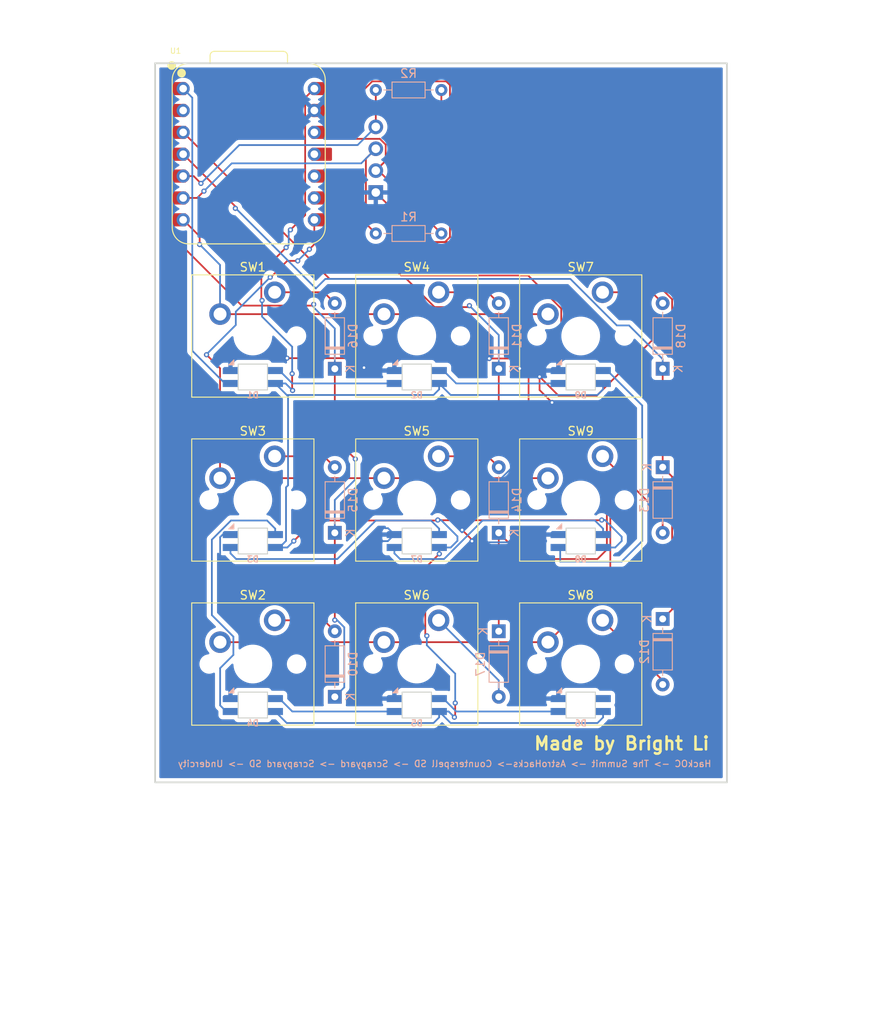
<source format=kicad_pcb>
(kicad_pcb (version 20240108) (generator "pcbnew") (generator_version "8.0")
  (layers (0 "F.Cu" signal) (31 "B.Cu" signal) (34 "B.Paste" user) (35 "F.Paste" user) (36 "B.SilkS" user "B.Silkscreen") (37 "F.SilkS" user "F.Silkscreen") (38 "B.Mask" user) (39 "F.Mask" user) (44 "Edge.Cuts" user))
  (net 0 "")
  (net 1 "+5V")
  (net 2 "Net-(D1-DIN)")
  (net 3 "GND")
  (net 4 "Net-(D1-DOUT)")
  (net 5 "Net-(D2-DOUT)")
  (net 6 "Net-(D3-DIN)")
  (net 7 "Net-(D3-DOUT)")
  (net 8 "Net-(D4-DOUT)")
  (net 9 "Net-(D5-DOUT)")
  (net 11 "Net-(D7-DIN)")
  (net 12 "Net-(D8-DIN)")
  (net 13 "Net-(D10-K)")
  (net 14 "Net-(D10-A)")
  (net 15 "Net-(D11-K)")
  (net 16 "Net-(D11-A)")
  (net 17 "Net-(D12-K)")
  (net 18 "Net-(D12-A)")
  (net 19 "Net-(D13-A)")
  (net 20 "Net-(D14-A)")
  (net 21 "Net-(D15-A)")
  (net 22 "Net-(D16-A)")
  (net 23 "Net-(D17-A)")
  (net 24 "Net-(D18-A)")
  (net 25 "+3V3")
  (net 26 "Net-(J1-SDA)")
  (net 27 "Net-(J1-SCL)")
  (net 28 "Net-(U1-GPIO0{slash}TX)")
  (net 29 "Net-(U1-GPIO2{slash}SCK)")
  (net 30 "Net-(U1-GPIO1{slash}RX)")
  (footprint "ScottoKeebs_MX:MX_PCB_1.00u" (layer "F.Cu") (at 116.68125 104.775)
    (property "Reference" "SW6")
    (property "Value" "SW_Push")
  )
  (footprint "ScottoKeebs_MX:MX_PCB_1.00u" (layer "F.Cu") (at 116.68125 85.725)
    (property "Reference" "SW5")
    (property "Value" "SW_Push")
  )
  (footprint "ScottoKeebs_MX:MX_PCB_1.00u" (layer "F.Cu") (at 97.63125 66.675)
    (property "Reference" "SW1")
    (property "Value" "SW_Push")
  )
  (footprint "OPL:XIAO-RP2040-DIP" (layer "F.Cu") (at 97.155 45.56125)
    (property "Reference" "U1")
    (property "Value" "XIAO-RP2040-DIP")
  )
  (footprint "ScottoKeebs_MX:MX_PCB_1.00u" (layer "F.Cu") (at 97.63125 85.725)
    (property "Reference" "SW3")
    (property "Value" "SW_Push")
  )
  (footprint "ScottoKeebs_MX:MX_PCB_1.00u" (layer "F.Cu") (at 135.73125 66.675)
    (property "Reference" "SW7")
    (property "Value" "SW_Push")
  )
  (footprint "ScottoKeebs_MX:MX_PCB_1.00u" (layer "F.Cu") (at 116.68125 66.675)
    (property "Reference" "SW4")
    (property "Value" "SW_Push")
  )
  (footprint "ScottoKeebs_MX:MX_PCB_1.00u" (layer "F.Cu") (at 97.63125 104.775)
    (property "Reference" "SW2")
    (property "Value" "SW_Push")
  )
  (footprint "ScottoKeebs_MX:MX_PCB_1.00u" (layer "F.Cu") (at 135.73125 85.725)
    (property "Reference" "SW9")
    (property "Value" "SW_Push")
  )
  (footprint "ScottoKeebs_MX:MX_PCB_1.00u" (layer "F.Cu") (at 135.73125 104.775)
    (property "Reference" "SW8")
    (property "Value" "SW_Push")
  )
  (footprint "ScottoKeebs_Components:OLED_128x32" (layer "F.Cu") (at 110.31875 40.20625)
    (property "Reference" "J1" (hide yes))
    (property "Value" "OLED_128x32")
  )
  (footprint "Diode_THT:D_DO-35_SOD27_P7.62mm_Horizontal" (layer "B.Cu") (at 107.15625 89.535 90)
    (property "Reference" "D15")
    (property "Value" "D")
  )
  (footprint "Resistor_THT:R_Axial_DIN0204_L3.6mm_D1.6mm_P7.62mm_Horizontal" (layer "B.Cu") (at 119.53875 38.1 180)
    (property "Reference" "R2")
    (property "Value" "R")
  )
  (footprint "Diode_THT:D_DO-35_SOD27_P7.62mm_Horizontal" (layer "B.Cu") (at 145.25625 70.485 90)
    (property "Reference" "D18")
    (property "Value" "D")
  )
  (footprint "Diode_THT:D_DO-35_SOD27_P7.62mm_Horizontal" (layer "B.Cu") (at 126.20625 100.965 -90)
    (property "Reference" "D17")
    (property "Value" "D")
  )
  (footprint "neopixel:SK6812MINI-E" (layer "B.Cu") (at 97.63125 90.4875 180)
    (property "Reference" "D3")
    (property "Value" "SK6812MINI" (hide yes))
    (fp_line (start 1.7 1.5) (end -1.7 1.5) (stroke (width 0.12)) (layer "Edge.Cuts"))
    (fp_line (start 1.7 -1.5) (end 1.7 1.5) (stroke (width 0.12)) (layer "Edge.Cuts"))
    (fp_line (start -1.7 1.5) (end -1.7 -1.5) (stroke (width 0.12)) (layer "Edge.Cuts"))
    (fp_line (start -1.7 -1.5) (end 1.7 -1.5) (stroke (width 0.12)) (layer "Edge.Cuts"))
  )
  (footprint "neopixel:SK6812MINI-E" (layer "B.Cu") (at 97.63125 109.5375 180)
    (property "Reference" "D4")
    (property "Value" "SK6812MINI" (hide yes))
    (fp_line (start 1.7 1.5) (end -1.7 1.5) (stroke (width 0.12)) (layer "Edge.Cuts"))
    (fp_line (start 1.7 -1.5) (end 1.7 1.5) (stroke (width 0.12)) (layer "Edge.Cuts"))
    (fp_line (start -1.7 1.5) (end -1.7 -1.5) (stroke (width 0.12)) (layer "Edge.Cuts"))
    (fp_line (start -1.7 -1.5) (end 1.7 -1.5) (stroke (width 0.12)) (layer "Edge.Cuts"))
  )
  (footprint "Diode_THT:D_DO-35_SOD27_P7.62mm_Horizontal" (layer "B.Cu") (at 107.15625 70.485 90)
    (property "Reference" "D16")
    (property "Value" "D")
  )
  (footprint "neopixel:SK6812MINI-E" (layer "B.Cu") (at 97.63125 71.4375 180)
    (property "Reference" "D1")
    (property "Value" "SK6812MINI" (hide yes))
    (fp_line (start 1.7 1.5) (end -1.7 1.5) (stroke (width 0.12)) (layer "Edge.Cuts"))
    (fp_line (start 1.7 -1.5) (end 1.7 1.5) (stroke (width 0.12)) (layer "Edge.Cuts"))
    (fp_line (start -1.7 1.5) (end -1.7 -1.5) (stroke (width 0.12)) (layer "Edge.Cuts"))
    (fp_line (start -1.7 -1.5) (end 1.7 -1.5) (stroke (width 0.12)) (layer "Edge.Cuts"))
  )
  (footprint "neopixel:SK6812MINI-E" (layer "B.Cu") (at 116.68125 109.5375 180)
    (property "Reference" "D5")
    (property "Value" "SK6812MINI" (hide yes))
    (fp_line (start 1.7 1.5) (end -1.7 1.5) (stroke (width 0.12)) (layer "Edge.Cuts"))
    (fp_line (start 1.7 -1.5) (end 1.7 1.5) (stroke (width 0.12)) (layer "Edge.Cuts"))
    (fp_line (start -1.7 1.5) (end -1.7 -1.5) (stroke (width 0.12)) (layer "Edge.Cuts"))
    (fp_line (start -1.7 -1.5) (end 1.7 -1.5) (stroke (width 0.12)) (layer "Edge.Cuts"))
  )
  (footprint "Diode_THT:D_DO-35_SOD27_P7.62mm_Horizontal" (layer "B.Cu") (at 107.15625 108.585 90)
    (property "Reference" "D10")
    (property "Value" "D")
  )
  (footprint "Diode_THT:D_DO-35_SOD27_P7.62mm_Horizontal" (layer "B.Cu") (at 126.20625 89.535 90)
    (property "Reference" "D14")
    (property "Value" "D")
  )
  (footprint "neopixel:SK6812MINI-E" (layer "B.Cu") (at 135.73125 109.5375 180)
    (property "Reference" "D6")
    (property "Value" "SK6812MINI" (hide yes))
    (fp_line (start 1.7 1.5) (end -1.7 1.5) (stroke (width 0.12)) (layer "Edge.Cuts"))
    (fp_line (start 1.7 -1.5) (end 1.7 1.5) (stroke (width 0.12)) (layer "Edge.Cuts"))
    (fp_line (start -1.7 1.5) (end -1.7 -1.5) (stroke (width 0.12)) (layer "Edge.Cuts"))
    (fp_line (start -1.7 -1.5) (end 1.7 -1.5) (stroke (width 0.12)) (layer "Edge.Cuts"))
  )
  (footprint "neopixel:SK6812MINI-E" (layer "B.Cu") (at 116.68125 90.4875 180)
    (property "Reference" "D7")
    (property "Value" "SK6812MINI" (hide yes))
    (fp_line (start 1.7 1.5) (end -1.7 1.5) (stroke (width 0.12)) (layer "Edge.Cuts"))
    (fp_line (start 1.7 -1.5) (end 1.7 1.5) (stroke (width 0.12)) (layer "Edge.Cuts"))
    (fp_line (start -1.7 1.5) (end -1.7 -1.5) (stroke (width 0.12)) (layer "Edge.Cuts"))
    (fp_line (start -1.7 -1.5) (end 1.7 -1.5) (stroke (width 0.12)) (layer "Edge.Cuts"))
  )
  (footprint "neopixel:SK6812MINI-E" (layer "B.Cu") (at 135.73125 71.4375 180)
    (property "Reference" "D9")
    (property "Value" "SK6812MINI" (hide yes))
    (fp_line (start 1.7 1.5) (end -1.7 1.5) (stroke (width 0.12)) (layer "Edge.Cuts"))
    (fp_line (start 1.7 -1.5) (end 1.7 1.5) (stroke (width 0.12)) (layer "Edge.Cuts"))
    (fp_line (start -1.7 1.5) (end -1.7 -1.5) (stroke (width 0.12)) (layer "Edge.Cuts"))
    (fp_line (start -1.7 -1.5) (end 1.7 -1.5) (stroke (width 0.12)) (layer "Edge.Cuts"))
  )
  (footprint "Resistor_THT:R_Axial_DIN0204_L3.6mm_D1.6mm_P7.62mm_Horizontal" (layer "B.Cu") (at 119.53875 54.76875 180)
    (property "Reference" "R1")
    (property "Value" "R")
  )
  (footprint "Diode_THT:D_DO-35_SOD27_P7.62mm_Horizontal" (layer "B.Cu") (at 145.25625 81.915 -90)
    (property "Reference" "D13")
    (property "Value" "D")
  )
  (footprint "neopixel:SK6812MINI-E" (layer "B.Cu") (at 116.68125 71.4375 180)
    (property "Reference" "D2")
    (property "Value" "SK6812MINI" (hide yes))
    (fp_line (start 1.7 1.5) (end -1.7 1.5) (stroke (width 0.12)) (layer "Edge.Cuts"))
    (fp_line (start 1.7 -1.5) (end 1.7 1.5) (stroke (width 0.12)) (layer "Edge.Cuts"))
    (fp_line (start -1.7 1.5) (end -1.7 -1.5) (stroke (width 0.12)) (layer "Edge.Cuts"))
    (fp_line (start -1.7 -1.5) (end 1.7 -1.5) (stroke (width 0.12)) (layer "Edge.Cuts"))
  )
  (footprint "neopixel:SK6812MINI-E" (layer "B.Cu") (at 135.73125 90.4875 180)
    (property "Reference" "D8")
    (property "Value" "SK6812MINI" (hide yes))
    (fp_line (start 1.7 1.5) (end -1.7 1.5) (stroke (width 0.12)) (layer "Edge.Cuts"))
    (fp_line (start 1.7 -1.5) (end 1.7 1.5) (stroke (width 0.12)) (layer "Edge.Cuts"))
    (fp_line (start -1.7 1.5) (end -1.7 -1.5) (stroke (width 0.12)) (layer "Edge.Cuts"))
    (fp_line (start -1.7 -1.5) (end 1.7 -1.5) (stroke (width 0.12)) (layer "Edge.Cuts"))
  )
  (footprint "Diode_THT:D_DO-35_SOD27_P7.62mm_Horizontal" (layer "B.Cu") (at 126.20625 70.485 90)
    (property "Reference" "D11")
    (property "Value" "D")
  )
  (footprint "Diode_THT:D_DO-35_SOD27_P7.62mm_Horizontal" (layer "B.Cu") (at 145.25625 99.53625 -90)
    (property "Reference" "D12")
    (property "Value" "D")
  )
  (gr_rect (start 86.275 35) (end 152.725 118.52) (stroke (width 0.2)) (fill none) (layer "Edge.Cuts"))
  (gr_text "HackOC -> The Summit -> AstroHacks-> Counterspell SD -> Scrapyard -> Scrapyard SD -> Undercity" (at 150.98 116.8 0) (layer "B.SilkS") (effects (font (size 0.75 0.75) (thickness 0.125) (bold yes)) (justify left bottom mirror)))
  (gr_text "Made by Bright Li" (at 150.84 114.88 0) (layer "F.SilkS") (effects (font (size 1.5 1.5) (thickness 0.3) (bold yes)) (justify right bottom)))
  (segment (start 102.39375 90.4875) (end 104.775 88.10625) (width 0.2) (layer "F.Cu") (net 1))
  (segment (start 121.15 110.85) (end 121.05 110.95) (width 0.2) (layer "F.Cu") (net 1))
  (segment (start 104.775 88.10625) (end 119.0625 88.10625) (width 0.2) (layer "F.Cu") (net 1))
  (segment (start 117.67125 93.60625) (end 117.67125 101.32125) (width 0.2) (layer "F.Cu") (net 1))
  (segment (start 104.775 37.94125) (end 103.713 39.00325) (width 0.2) (layer "F.Cu") (net 1))
  (segment (start 119.0625 88.10625) (end 119.122708 88.046042) (width 0.2) (layer "F.Cu") (net 1))
  (segment (start 102.2 72.95) (end 102.25 73) (width 0.2) (layer "F.Cu") (net 1))
  (segment (start 102.2 71.05) (end 102.2 72.95) (width 0.2) (layer "F.Cu") (net 1))
  (segment (start 98.62125 62.464695) (end 98.701555 62.545) (width 0.2) (layer "F.Cu") (net 1))
  (segment (start 119.3 91.9775) (end 117.67125 93.60625) (width 0.2) (layer "F.Cu") (net 1))
  (segment (start 138.14375 88.075) (end 138.172708 88.046042) (width 0.2) (layer "F.Cu") (net 1))
  (segment (start 101.5 56.4) (end 98.62125 59.27875) (width 0.2) (layer "F.Cu") (net 1))
  (segment (start 103.713 39.00325) (end 103.713 52.637) (width 0.2) (layer "F.Cu") (net 1))
  (segment (start 98.62125 59.27875) (end 98.62125 62.464695) (width 0.2) (layer "F.Cu") (net 1))
  (segment (start 103.713 52.637) (end 102 54.35) (width 0.2) (layer "F.Cu") (net 1))
  (segment (start 121.15 109.3) (end 121.15 110.85) (width 0.2) (layer "F.Cu") (net 1))
  (segment (start 119.151666 88.075) (end 138.14375 88.075) (width 0.2) (layer "F.Cu") (net 1))
  (segment (start 119.122708 88.046042) (end 119.151666 88.075) (width 0.2) (layer "F.Cu") (net 1))
  (segment (start 117.67125 101.32125) (end 117.85 101.5) (width 0.2) (layer "F.Cu") (net 1))
  (via (at 102 54.35) (size 0.6) (drill 0.3) (layers "F.Cu" "B.Cu") (net 1))
  (via (at 98.701555 62.545) (size 0.6) (drill 0.3) (layers "F.Cu" "B.Cu") (net 1))
  (via (at 102.39375 90.4875) (size 0.6) (drill 0.3) (layers "F.Cu" "B.Cu") (net 1))
  (via (at 102.25 73) (size 0.6) (drill 0.3) (layers "F.Cu" "B.Cu") (net 1))
  (via (at 119.122708 88.046042) (size 0.6) (drill 0.3) (layers "F.Cu" "B.Cu") (net 1))
  (via (at 101.5 56.4) (size 0.6) (drill 0.3) (layers "F.Cu" "B.Cu") (net 1))
  (via (at 119.3 91.9775) (size 0.6) (drill 0.3) (layers "F.Cu" "B.Cu") (net 1))
  (via (at 121.15 109.3) (size 0.6) (drill 0.3) (layers "F.Cu" "B.Cu") (net 1))
  (via (at 117.85 101.5) (size 0.6) (drill 0.3) (layers "F.Cu" "B.Cu") (net 1))
  (via (at 121.05 110.95) (size 0.6) (drill 0.3) (layers "F.Cu" "B.Cu") (net 1))
  (via (at 138.172708 88.046042) (size 0.6) (drill 0.3) (layers "F.Cu" "B.Cu") (net 1))
  (via (at 102.2 71.05) (size 0.6) (drill 0.3) (layers "F.Cu" "B.Cu") (net 1))
  (segment (start 101.57125 73.5275) (end 101.72125 73.6775) (width 0.2) (layer "B.Cu") (net 1))
  (segment (start 138.33125 72.871886) (end 138.33125 72.1875) (width 0.2) (layer "B.Cu") (net 1))
  (segment (start 101.57125 111.6275) (end 118.625636 111.6275) (width 0.2) (layer "B.Cu") (net 1))
  (segment (start 137.675636 73.5275) (end 138.33125 72.871886) (width 0.2) (layer "B.Cu") (net 1))
  (segment (start 101.72125 73.6775) (end 101.72125 84.01625) (width 0.2) (layer "B.Cu") (net 1))
  (segment (start 101.64375 91.2375) (end 102.39375 90.4875) (width 0.2) (layer "B.Cu") (net 1))
  (segment (start 120.62125 111.6275) (end 137.675636 111.6275) (width 0.2) (layer "B.Cu") (net 1))
  (segment (start 102.2 67.920348) (end 102.2 71.05) (width 0.2) (layer "B.Cu") (net 1))
  (segment (start 121.15 105.896162) (end 121.15 109.3) (width 0.2) (layer "B.Cu") (net 1))
  (segment (start 121.409657 90.453407) (end 120.625564 91.2375) (width 0.2) (layer "B.Cu") (net 1))
  (segment (start 101.48625 90.4725) (end 100.72125 91.2375) (width 0.2) (layer "B.Cu") (net 1))
  (segment (start 120.3875 110.2875) (end 119.28125 110.2875) (width 0.2) (layer "B.Cu") (net 1))
  (segment (start 119.122708 88.046042) (end 119.499792 88.046042) (width 0.2) (layer "B.Cu") (net 1))
  (segment (start 98.701555 64.421903) (end 102.2 67.920348) (width 0.2) (layer "B.Cu") (net 1))
  (segment (start 119.28125 72.1875) (end 120.62125 73.5275) (width 0.2) (layer "B.Cu") (net 1))
  (segment (start 98.701555 62.545) (end 98.701555 64.421903) (width 0.2) (layer "B.Cu") (net 1))
  (segment (start 101.8 54.55) (end 101.8 56.1) (width 0.2) (layer "B.Cu") (net 1))
  (segment (start 101.57125 73.5275) (end 118.625636 73.5275) (width 0.2) (layer "B.Cu") (net 1))
  (segment (start 118.625636 111.6275) (end 119.28125 110.971886) (width 0.2) (layer "B.Cu") (net 1))
  (segment (start 119.499792 88.046042) (end 121.409657 89.955907) (width 0.2) (layer "B.Cu") (net 1))
  (segment (start 102 54.35) (end 101.8 54.55) (width 0.2) (layer "B.Cu") (net 1))
  (segment (start 121.409657 89.955907) (end 121.409657 90.453407) (width 0.2) (layer "B.Cu") (net 1))
  (segment (start 118.625636 73.5275) (end 119.28125 72.871886) (width 0.2) (layer "B.Cu") (net 1))
  (segment (start 139.74375 91.2375) (end 138.33125 91.2375) (width 0.2) (layer "B.Cu") (net 1))
  (segment (start 121.05 110.95) (end 120.3875 110.2875) (width 0.2) (layer "B.Cu") (net 1))
  (segment (start 100.23125 72.1875) (end 101.57125 73.5275) (width 0.2) (layer "B.Cu") (net 1))
  (segment (start 140.49375 90.4875) (end 139.74375 91.2375) (width 0.2) (layer "B.Cu") (net 1))
  (segment (start 138.172708 88.046042) (end 138.549792 88.046042) (width 0.2) (layer "B.Cu") (net 1))
  (segment (start 140.49375 89.99) (end 140.49375 90.4875) (width 0.2) (layer "B.Cu") (net 1))
  (segment (start 117.85 101.5) (end 117.85 102.596162) (width 0.2) (layer "B.Cu") (net 1))
  (segment (start 117.85 102.596162) (end 121.15 105.896162) (width 0.2) (layer "B.Cu") (net 1))
  (segment (start 119.28125 91.2375) (end 119.28125 91.95875) (width 0.2) (layer "B.Cu") (net 1))
  (segment (start 120.625564 91.2375) (end 119.28125 91.2375) (width 0.2) (layer "B.Cu") (net 1))
  (segment (start 101.4375 72.1875) (end 100.23125 72.1875) (width 0.2) (layer "B.Cu") (net 1))
  (segment (start 120.62125 73.5275) (end 137.675636 73.5275) (width 0.2) (layer "B.Cu") (net 1))
  (segment (start 119.28125 72.871886) (end 119.28125 72.1875) (width 0.2) (layer "B.Cu") (net 1))
  (segment (start 119.28125 91.95875) (end 119.3 91.9775) (width 0.2) (layer "B.Cu") (net 1))
  (segment (start 119.28125 110.2875) (end 120.62125 111.6275) (width 0.2) (layer "B.Cu") (net 1))
  (segment (start 100.23125 91.2375) (end 101.64375 91.2375) (width 0.2) (layer "B.Cu") (net 1))
  (segment (start 100.72125 91.2375) (end 100.23125 91.2375) (width 0.2) (layer "B.Cu") (net 1))
  (segment (start 100.23125 110.2875) (end 101.57125 111.6275) (width 0.2) (layer "B.Cu") (net 1))
  (segment (start 101.72125 84.01625) (end 101.48625 84.25125) (width 0.2) (layer "B.Cu") (net 1))
  (segment (start 119.28125 110.971886) (end 119.28125 110.2875) (width 0.2) (layer "B.Cu") (net 1))
  (segment (start 101.48625 84.25125) (end 101.48625 90.4725) (width 0.2) (layer "B.Cu") (net 1))
  (segment (start 102.25 73) (end 101.4375 72.1875) (width 0.2) (layer "B.Cu") (net 1))
  (segment (start 137.675636 111.6275) (end 138.33125 110.971886) (width 0.2) (layer "B.Cu") (net 1))
  (segment (start 101.8 56.1) (end 101.5 56.4) (width 0.2) (layer "B.Cu") (net 1))
  (segment (start 138.549792 88.046042) (end 140.49375 89.99) (width 0.2) (layer "B.Cu") (net 1))
  (segment (start 138.33125 110.971886) (end 138.33125 110.2875) (width 0.2) (layer "B.Cu") (net 1))
  (segment (start 89.535 37.94125) (end 90.597 39.00325) (width 0.2) (layer "B.Cu") (net 2))
  (segment (start 90.597 68.397) (end 94.3875 72.1875) (width 0.2) (layer "B.Cu") (net 2))
  (segment (start 90.597 39.00325) (end 90.597 68.397) (width 0.2) (layer "B.Cu") (net 2))
  (segment (start 94.3875 72.1875) (end 95.03125 72.1875) (width 0.2) (layer "B.Cu") (net 2))
  (segment (start 108.123286 40.48125) (end 111.504536 37.1) (width 0.2) (layer "F.Cu") (net 3))
  (segment (start 111.504536 37.1) (end 120.1 37.1) (width 0.2) (layer "F.Cu") (net 3))
  (segment (start 120.53875 37.53875) (end 120.53875 55.182964) (width 0.2) (layer "F.Cu") (net 3))
  (segment (start 127.487862 69.287862) (end 128.65 70.45) (width 0.2) (layer "F.Cu") (net 3))
  (segment (start 146.35625 64.846886) (end 137.603136 73.6) (width 0.2) (layer "F.Cu") (net 3))
  (segment (start 146.35625 62.409365) (end 146.35625 64.846886) (width 0.2) (layer "F.Cu") (net 3))
  (segment (start 109.45 69.25) (end 110.55 70.35) (width 0.2) (layer "F.Cu") (net 3))
  (segment (start 130.95 72.95) (end 130.95 71.4) (width 0.2) (layer "F.Cu") (net 3))
  (segment (start 120.53875 55.182964) (end 119.952964 55.76875) (width 0.2) (layer "F.Cu") (net 3))
  (segment (start 137.603136 73.6) (end 133.15 73.6) (width 0.2) (layer "F.Cu") (net 3))
  (segment (start 117.68125 55.76875) (end 111.91875 50.00625) (width 0.2) (layer "F.Cu") (net 3))
  (segment (start 123.1 90.5) (end 123.1 90.35) (width 0.2) (layer "F.Cu") (net 3))
  (segment (start 125.102469 69.287862) (end 127.487862 69.287862) (width 0.2) (layer "F.Cu") (net 3))
  (segment (start 104.775 40.48125) (end 108.123286 40.48125) (width 0.2) (layer "F.Cu") (net 3))
  (segment (start 123.1 90.35) (end 121.95 89.2) (width 0.2) (layer "F.Cu") (net 3))
  (segment (start 117.68125 55.76875) (end 139.715635 55.76875) (width 0.2) (layer "F.Cu") (net 3))
  (segment (start 132.4 74.4) (end 130.95 72.95) (width 0.2) (layer "F.Cu") (net 3))
  (segment (start 133.15 73.6) (end 130.95 71.4) (width 0.2) (layer "F.Cu") (net 3))
  (segment (start 119.952964 55.76875) (end 117.68125 55.76875) (width 0.2) (layer "F.Cu") (net 3))
  (segment (start 101.6 69.25) (end 109.45 69.25) (width 0.2) (layer "F.Cu") (net 3))
  (segment (start 120.1 37.1) (end 120.53875 37.53875) (width 0.2) (layer "F.Cu") (net 3))
  (segment (start 139.715635 55.76875) (end 146.35625 62.409365) (width 0.2) (layer "F.Cu") (net 3))
  (via (at 123.1 90.5) (size 0.6) (drill 0.3) (layers "F.Cu" "B.Cu") (net 3))
  (via (at 121.95 89.2) (size 0.6) (drill 0.3) (layers "F.Cu" "B.Cu") (net 3))
  (via (at 128.65 70.45) (size 0.6) (drill 0.3) (layers "F.Cu" "B.Cu") (net 3))
  (via (at 132.4 74.4) (size 0.6) (drill 0.3) (layers "F.Cu" "B.Cu") (net 3))
  (via (at 125.102469 69.287862) (size 0.6) (drill 0.3) (layers "F.Cu" "B.Cu") (net 3))
  (via (at 110.55 70.35) (size 0.6) (drill 0.3) (layers "F.Cu" "B.Cu") (net 3))
  (via (at 101.6 69.25) (size 0.6) (drill 0.3) (layers "F.Cu" "B.Cu") (net 3))
  (via (at 130.95 71.4) (size 0.6) (drill 0.3) (layers "F.Cu" "B.Cu") (net 3))
  (segment (start 124.7475 69.3475) (end 124.8 69.4) (width 0.2) (layer "B.Cu") (net 3))
  (segment (start 130.95 71.4) (end 131.6625 70.6875) (width 0.2) (layer "B.Cu") (net 3))
  (segment (start 112.5 90.5) (end 112.75 90.5) (width 0.2) (layer "B.Cu") (net 3))
  (segment (start 95.03125 70.003114) (end 95.784364 69.25) (width 0.2) (layer "B.Cu") (net 3))
  (segment (start 93.83125 97.651598) (end 100 103.820348) (width 0.2) (layer "B.Cu") (net 3))
  (segment (start 121.95 89.2) (end 121.95 87.268662) (width 0.2) (layer "B.Cu") (net 3))
  (segment (start 110.55 70.35) (end 110.8875 70.6875) (width 0.2) (layer "B.Cu") (net 3))
  (segment (start 99.623136 107.4) (end 95.734364 107.4) (width 0.2) (layer "B.Cu") (net 3))
  (segment (start 114.736864 69.3475) (end 124.7475 69.3475) (width 0.2) (layer "B.Cu") (net 3))
  (segment (start 95.784364 69.25) (end 101.6 69.25) (width 0.2) (layer "B.Cu") (net 3))
  (segment (start 124.8 69.4) (end 124.912138 69.287862) (width 0.2) (layer "B.Cu") (net 3))
  (segment (start 133.13125 89.7375) (end 128.20375 89.7375) (width 0.2) (layer "B.Cu") (net 3))
  (segment (start 114.08125 70.6875) (end 114.08125 70.003114) (width 0.2) (layer "B.Cu") (net 3))
  (segment (start 131.6625 70.6875) (end 133.13125 70.6875) (width 0.2) (layer "B.Cu") (net 3))
  (segment (start 128.65 70.45) (end 128.8875 70.6875) (width 0.2) (layer "B.Cu") (net 3))
  (segment (start 122.990669 86.709331) (end 132.4 77.3) (width 0.2) (layer "B.Cu") (net 3))
  (segment (start 114.08125 89.7375) (end 113.31875 90.5) (width 0.2) (layer "B.Cu") (net 3))
  (segment (start 113.31875 90.5) (end 112.5 90.5) (width 0.2) (layer "B.Cu") (net 3))
  (segment (start 121.95 87.268662) (end 122.509331 86.709331) (width 0.2) (layer "B.Cu") (net 3))
  (segment (start 95.734364 107.4) (end 95.03125 108.103114) (width 0.2) (layer "B.Cu") (net 3))
  (segment (start 132.4 77.3) (end 132.4 74.4) (width 0.2) (layer "B.Cu") (net 3))
  (segment (start 114.08125 70.003114) (end 114.736864 69.3475) (width 0.2) (layer "B.Cu") (net 3))
  (segment (start 128.8875 70.6875) (end 133.13125 70.6875) (width 0.2) (layer "B.Cu") (net 3))
  (segment (start 128.20375 89.7375) (end 127.30625 90.635) (width 0.2) (layer "B.Cu") (net 3))
  (segment (start 100 103.820348) (end 100 107.023136) (width 0.2) (layer "B.Cu") (net 3))
  (segment (start 123.235 90.635) (end 123.1 90.5) (width 0.2) (layer "B.Cu") (net 3))
  (segment (start 95.03125 108.103114) (end 95.03125 108.7875) (width 0.2) (layer "B.Cu") (net 3))
  (segment (start 100 107.023136) (end 99.623136 107.4) (width 0.2) (layer "B.Cu") (net 3))
  (segment (start 93.83125 90.0375) (end 93.83125 97.651598) (width 0.2) (layer "B.Cu") (net 3))
  (segment (start 124.912138 69.287862) (end 125.102469 69.287862) (width 0.2) (layer "B.Cu") (net 3))
  (segment (start 94.13125 89.7375) (end 93.83125 90.0375) (width 0.2) (layer "B.Cu") (net 3))
  (segment (start 114.08125 89.7375) (end 113.34375 89) (width 0.2) (layer "B.Cu") (net 3))
  (segment (start 95.03125 89.7375) (end 94.13125 89.7375) (width 0.2) (layer "B.Cu") (net 3))
  (segment (start 127.30625 90.635) (end 123.235 90.635) (width 0.2) (layer "B.Cu") (net 3))
  (segment (start 95.03125 70.6875) (end 95.03125 70.003114) (width 0.2) (layer "B.Cu") (net 3))
  (segment (start 113.34375 89) (end 113 89) (width 0.2) (layer "B.Cu") (net 3))
  (segment (start 122.509331 86.709331) (end 122.990669 86.709331) (width 0.2) (layer "B.Cu") (net 3))
  (segment (start 110.8875 70.6875) (end 114.08125 70.6875) (width 0.2) (layer "B.Cu") (net 3))
  (segment (start 100.72125 70.6875) (end 102.22125 72.1875) (width 0.2) (layer "B.Cu") (net 4))
  (segment (start 100.23125 70.6875) (end 100.72125 70.6875) (width 0.2) (layer "B.Cu") (net 4))
  (segment (start 102.22125 72.1875) (end 114.08125 72.1875) (width 0.2) (layer "B.Cu") (net 4))
  (segment (start 119.28125 70.6875) (end 119.77125 70.6875) (width 0.2) (layer "B.Cu") (net 5))
  (segment (start 119.77125 70.6875) (end 121.27125 72.1875) (width 0.2) (layer "B.Cu") (net 5))
  (segment (start 121.27125 72.1875) (end 133.13125 72.1875) (width 0.2) (layer "B.Cu") (net 5))
  (segment (start 119.28125 89.053114) (end 118.334386 88.10625) (width 0.2) (layer "B.Cu") (net 6))
  (segment (start 107.4475 92.5775) (end 95.686864 92.5775) (width 0.2) (layer "B.Cu") (net 6))
  (segment (start 95.686864 92.5775) (end 95.03125 91.921886) (width 0.2) (layer "B.Cu") (net 6))
  (segment (start 118.334386 88.10625) (end 111.91875 88.10625) (width 0.2) (layer "B.Cu") (net 6))
  (segment (start 95.03125 91.921886) (end 95.03125 91.2375) (width 0.2) (layer "B.Cu") (net 6))
  (segment (start 111.91875 88.10625) (end 107.4475 92.5775) (width 0.2) (layer "B.Cu") (net 6))
  (segment (start 119.28125 89.7375) (end 119.28125 89.053114) (width 0.2) (layer "B.Cu") (net 6))
  (segment (start 95.37125 101.592968) (end 95.37125 103.711598) (width 0.2) (layer "B.Cu") (net 7))
  (segment (start 92.86875 99.090468) (end 95.37125 101.592968) (width 0.2) (layer "B.Cu") (net 7))
  (segment (start 93.83125 109.5775) (end 94.54125 110.2875) (width 0.2) (layer "B.Cu") (net 7))
  (segment (start 93.83125 105.251598) (end 93.83125 109.5775) (width 0.2) (layer "B.Cu") (net 7))
  (segment (start 95.092236 88.10625) (end 92.86875 90.329736) (width 0.2) (layer "B.Cu") (net 7))
  (segment (start 95.37125 103.711598) (end 93.83125 105.251598) (width 0.2) (layer "B.Cu") (net 7))
  (segment (start 94.54125 110.2875) (end 95.03125 110.2875) (width 0.2) (layer "B.Cu") (net 7))
  (segment (start 100.23125 89.053114) (end 99.284386 88.10625) (width 0.2) (layer "B.Cu") (net 7))
  (segment (start 99.284386 88.10625) (end 95.092236 88.10625) (width 0.2) (layer "B.Cu") (net 7))
  (segment (start 100.23125 89.7375) (end 100.23125 89.053114) (width 0.2) (layer "B.Cu") (net 7))
  (segment (start 92.86875 90.329736) (end 92.86875 99.090468) (width 0.2) (layer "B.Cu") (net 7))
  (segment (start 100.72125 108.7875) (end 102.22125 110.2875) (width 0.2) (layer "B.Cu") (net 8))
  (segment (start 102.22125 110.2875) (end 114.08125 110.2875) (width 0.2) (layer "B.Cu") (net 8))
  (segment (start 100.23125 108.7875) (end 100.72125 108.7875) (width 0.2) (layer "B.Cu") (net 8))
  (segment (start 121.27125 110.2875) (end 133.13125 110.2875) (width 0.2) (layer "B.Cu") (net 9))
  (segment (start 119.28125 108.7875) (end 119.77125 108.7875) (width 0.2) (layer "B.Cu") (net 9))
  (segment (start 119.77125 108.7875) (end 121.27125 110.2875) (width 0.2) (layer "B.Cu") (net 9))
  (segment (start 137.384386 88.10625) (end 124.3225 88.10625) (width 0.2) (layer "B.Cu") (net 11))
  (segment (start 114.736864 92.5775) (end 114.08125 91.921886) (width 0.2) (layer "B.Cu") (net 11))
  (segment (start 114.08125 91.921886) (end 114.08125 91.2375) (width 0.2) (layer "B.Cu") (net 11))
  (segment (start 124.3225 88.10625) (end 119.85125 92.5775) (width 0.2) (layer "B.Cu") (net 11))
  (segment (start 138.33125 89.053114) (end 137.384386 88.10625) (width 0.2) (layer "B.Cu") (net 11))
  (segment (start 119.85125 92.5775) (end 114.736864 92.5775) (width 0.2) (layer "B.Cu") (net 11))
  (segment (start 138.33125 89.7375) (end 138.33125 89.053114) (width 0.2) (layer "B.Cu") (net 11))
  (segment (start 138.33125 70.6875) (end 138.82125 70.6875) (width 0.2) (layer "B.Cu") (net 12))
  (segment (start 142.875 74.74125) (end 142.875 90.4875) (width 0.2) (layer "B.Cu") (net 12))
  (segment (start 133.35 91.45625) (end 133.13125 91.2375) (width 0.2) (layer "B.Cu") (net 12))
  (segment (start 138.82125 70.6875) (end 142.875 74.74125) (width 0.2) (layer "B.Cu") (net 12))
  (segment (start 133.35 92.86875) (end 133.35 91.45625) (width 0.2) (layer "B.Cu") (net 12))
  (segment (start 142.875 90.4875) (end 140.49375 92.86875) (width 0.2) (layer "B.Cu") (net 12))
  (segment (start 140.49375 92.86875) (end 133.35 92.86875) (width 0.2) (layer "B.Cu") (net 12))
  (segment (start 96.346536 63.145) (end 104.555 63.145) (width 0.2) (layer "F.Cu") (net 13))
  (segment (start 88.45737 40.48125) (end 87.184 41.75462) (width 0.2) (layer "F.Cu") (net 13))
  (segment (start 87.184 41.75462) (end 87.184 53.982464) (width 0.2) (layer "F.Cu") (net 13))
  (segment (start 107.15625 70.485) (end 107.15625 78.58125) (width 0.2) (layer "F.Cu") (net 13))
  (segment (start 87.184 53.982464) (end 96.346536 63.145) (width 0.2) (layer "F.Cu") (net 13))
  (segment (start 104.555 63.145) (end 104.7 63) (width 0.2) (layer "F.Cu") (net 13))
  (segment (start 89.535 40.48125) (end 88.45737 40.48125) (width 0.2) (layer "F.Cu") (net 13))
  (segment (start 107.15625 78.58125) (end 109.5375 80.9625) (width 0.2) (layer "F.Cu") (net 13))
  (segment (start 107.15625 89.535) (end 107.15625 99.664997) (width 0.2) (layer "F.Cu") (net 13))
  (via (at 107.15625 99.664997) (size 0.6) (drill 0.3) (layers "F.Cu" "B.Cu") (net 13))
  (via (at 109.5375 80.9625) (size 0.6) (drill 0.3) (layers "F.Cu" "B.Cu") (net 13))
  (via (at 104.7 63) (size 0.6) (drill 0.3) (layers "F.Cu" "B.Cu") (net 13))
  (segment (start 108.25625 107.485) (end 107.15625 108.585) (width 0.2) (layer "B.Cu") (net 13))
  (segment (start 109.5375 83.34375) (end 107.15625 85.725) (width 0.2) (layer "B.Cu") (net 13))
  (segment (start 107.15625 99.664997) (end 107.411882 99.664997) (width 0.2) (layer "B.Cu") (net 13))
  (segment (start 104.7 63.35) (end 107.15625 65.80625) (width 0.2) (layer "B.Cu") (net 13))
  (segment (start 109.5375 80.9625) (end 109.5375 83.34375) (width 0.2) (layer "B.Cu") (net 13))
  (segment (start 107.15625 85.725) (end 107.15625 89.535) (width 0.2) (layer "B.Cu") (net 13))
  (segment (start 107.15625 65.80625) (end 107.15625 70.485) (width 0.2) (layer "B.Cu") (net 13))
  (segment (start 104.7 63) (end 104.7 63.35) (width 0.2) (layer "B.Cu") (net 13))
  (segment (start 108.25625 100.509365) (end 108.25625 107.485) (width 0.2) (layer "B.Cu") (net 13))
  (segment (start 107.411882 99.664997) (end 108.25625 100.509365) (width 0.2) (layer "B.Cu") (net 13))
  (segment (start 100.17125 99.695) (end 105.88625 99.695) (width 0.2) (layer "F.Cu") (net 14))
  (segment (start 105.88625 99.695) (end 107.15625 100.965) (width 0.2) (layer "F.Cu") (net 14))
  (segment (start 137.675636 92.5775) (end 138.772708 91.480428) (width 0.2) (layer "F.Cu") (net 15))
  (segment (start 126.20625 100.965) (end 126.20625 89.535) (width 0.2) (layer "F.Cu") (net 15))
  (segment (start 122.629365 63.320635) (end 122.8 63.15) (width 0.2) (layer "F.Cu") (net 15))
  (segment (start 131.910902 78.58125) (end 128.5875 78.58125) (width 0.2) (layer "F.Cu") (net 15))
  (segment (start 106.55875 60.045) (end 115.479218 60.045) (width 0.2) (layer "F.Cu") (net 15))
  (segment (start 118.754853 63.320635) (end 122.629365 63.320635) (width 0.2) (layer "F.Cu") (net 15))
  (segment (start 129.24875 92.5775) (end 137.675636 92.5775) (width 0.2) (layer "F.Cu") (net 15))
  (segment (start 138.772708 91.480428) (end 138.772708 85.443056) (width 0.2) (layer "F.Cu") (net 15))
  (segment (start 126.20625 89.535) (end 129.24875 92.5775) (width 0.2) (layer "F.Cu") (net 15))
  (segment (start 138.772708 85.443056) (end 131.910902 78.58125) (width 0.2) (layer "F.Cu") (net 15))
  (segment (start 126.20625 76.2) (end 126.20625 70.485) (width 0.2) (layer "F.Cu") (net 15))
  (segment (start 128.5875 78.58125) (end 126.20625 76.2) (width 0.2) (layer "F.Cu") (net 15))
  (segment (start 89.535 43.02125) (end 106.55875 60.045) (width 0.2) (layer "F.Cu") (net 15))
  (segment (start 115.479218 60.045) (end 118.754853 63.320635) (width 0.2) (layer "F.Cu") (net 15))
  (via (at 122.8 63.15) (size 0.6) (drill 0.3) (layers "F.Cu" "B.Cu") (net 15))
  (segment (start 126.20625 66.55625) (end 126.20625 70.485) (width 0.2) (layer "B.Cu") (net 15))
  (segment (start 122.8 63.15) (end 126.20625 66.55625) (width 0.2) (layer "B.Cu") (net 15))
  (segment (start 124.93625 61.595) (end 126.20625 62.865) (width 0.2) (layer "F.Cu") (net 16))
  (segment (start 119.22125 61.595) (end 124.93625 61.595) (width 0.2) (layer "F.Cu") (net 16))
  (segment (start 145.25625 70.485) (end 145.25625 81.915) (width 0.2) (layer "F.Cu") (net 17))
  (segment (start 89.535 45.56125) (end 95.6 51.62625) (width 0.2) (layer "F.Cu") (net 17))
  (segment (start 145.25625 99.53625) (end 146.35625 98.43625) (width 0.2) (layer "F.Cu") (net 17))
  (segment (start 146.35625 83.015) (end 145.25625 81.915) (width 0.2) (layer "F.Cu") (net 17))
  (segment (start 95.6 51.62625) (end 95.6 51.85) (width 0.2) (layer "F.Cu") (net 17))
  (segment (start 146.35625 98.43625) (end 146.35625 83.015) (width 0.2) (layer "F.Cu") (net 17))
  (via (at 95.6 51.85) (size 0.6) (drill 0.3) (layers "F.Cu" "B.Cu") (net 17))
  (segment (start 139.934218 65.45) (end 141.35 65.45) (width 0.2) (layer "B.Cu") (net 17))
  (segment (start 106.055 60.045) (end 134.529218 60.045) (width 0.2) (layer "B.Cu") (net 17))
  (segment (start 145.25625 69.35625) (end 145.25625 70.485) (width 0.2) (layer "B.Cu") (net 17))
  (segment (start 95.6 51.85) (end 95.65 51.85) (width 0.2) (layer "B.Cu") (net 17))
  (segment (start 104.95 61.15) (end 106.055 60.045) (width 0.2) (layer "B.Cu") (net 17))
  (segment (start 141.35 65.45) (end 145.25625 69.35625) (width 0.2) (layer "B.Cu") (net 17))
  (segment (start 95.65 51.85) (end 104.95 61.15) (width 0.2) (layer "B.Cu") (net 17))
  (segment (start 134.529218 60.045) (end 139.934218 65.45) (width 0.2) (layer "B.Cu") (net 17))
  (segment (start 145.25625 106.68) (end 145.25625 107.15625) (width 0.2) (layer "F.Cu") (net 18))
  (segment (start 138.27125 99.695) (end 145.25625 106.68) (width 0.2) (layer "F.Cu") (net 18))
  (segment (start 145.25625 87.63) (end 145.25625 89.535) (width 0.2) (layer "F.Cu") (net 19))
  (segment (start 138.27125 80.645) (end 145.25625 87.63) (width 0.2) (layer "F.Cu") (net 19))
  (segment (start 119.22125 80.645) (end 124.93625 80.645) (width 0.2) (layer "F.Cu") (net 20))
  (segment (start 124.93625 80.645) (end 126.20625 81.915) (width 0.2) (layer "F.Cu") (net 20))
  (segment (start 105.88625 80.645) (end 107.15625 81.915) (width 0.2) (layer "F.Cu") (net 21))
  (segment (start 100.17125 80.645) (end 105.88625 80.645) (width 0.2) (layer "F.Cu") (net 21))
  (segment (start 105.88625 61.595) (end 107.15625 62.865) (width 0.2) (layer "F.Cu") (net 22))
  (segment (start 100.17125 61.595) (end 105.88625 61.595) (width 0.2) (layer "F.Cu") (net 22))
  (segment (start 119.22125 99.695) (end 126.20625 106.68) (width 0.2) (layer "B.Cu") (net 23))
  (segment (start 126.20625 106.68) (end 126.20625 108.585) (width 0.2) (layer "B.Cu") (net 23))
  (segment (start 138.27125 61.595) (end 143.98625 61.595) (width 0.2) (layer "F.Cu") (net 24))
  (segment (start 143.98625 61.595) (end 145.25625 62.865) (width 0.2) (layer "F.Cu") (net 24))
  (segment (start 119.53875 54.76875) (end 112.23625 47.46625) (width 0.2) (layer "F.Cu") (net 25))
  (segment (start 119.53875 38.1) (end 119.53875 39.84625) (width 0.2) (layer "F.Cu") (net 25))
  (segment (start 106.365 43.77625) (end 105.61 43.02125) (width 0.2) (layer "F.Cu") (net 25))
  (segment (start 113.06875 46.31625) (end 113.06875 44.449904) (width 0.2) (layer "F.Cu") (net 25))
  (segment (start 113.06875 44.449904) (end 112.395096 43.77625) (width 0.2) (layer "F.Cu") (net 25))
  (segment (start 112.395096 43.77625) (end 106.365 43.77625) (width 0.2) (layer "F.Cu") (net 25))
  (segment (start 112.23625 47.46625) (end 111.91875 47.46625) (width 0.2) (layer "F.Cu") (net 25))
  (segment (start 119.53875 39.84625) (end 111.91875 47.46625) (width 0.2) (layer "F.Cu") (net 25))
  (segment (start 111.91875 47.46625) (end 113.06875 46.31625) (width 0.2) (layer "F.Cu") (net 25))
  (segment (start 89.535 48.10125) (end 90.75125 48.10125) (width 0.2) (layer "F.Cu") (net 26))
  (segment (start 111.91875 38.1) (end 111.91875 42.38625) (width 0.2) (layer "F.Cu") (net 26))
  (segment (start 90.75125 48.10125) (end 91.6 48.95) (width 0.2) (layer "F.Cu") (net 26))
  (via (at 91.6 48.95) (size 0.6) (drill 0.3) (layers "F.Cu" "B.Cu") (net 26))
  (segment (start 96.05075 44.49925) (end 109.80575 44.49925) (width 0.2) (layer "B.Cu") (net 26))
  (segment (start 91.6 48.95) (end 96.05075 44.49925) (width 0.2) (layer "B.Cu") (net 26))
  (segment (start 109.80575 44.49925) (end 111.91875 42.38625) (width 0.2) (layer "B.Cu") (net 26))
  (segment (start 91.15875 50.64125) (end 91.95 49.85) (width 0.2) (layer "F.Cu") (net 27))
  (segment (start 110.76875 46.07625) (end 111.91875 44.92625) (width 0.2) (layer "F.Cu") (net 27))
  (segment (start 110.76875 53.61875) (end 110.76875 46.07625) (width 0.2) (layer "F.Cu") (net 27))
  (segment (start 111.91875 54.76875) (end 110.76875 53.61875) (width 0.2) (layer "F.Cu") (net 27))
  (segment (start 89.535 50.64125) (end 91.15875 50.64125) (width 0.2) (layer "F.Cu") (net 27))
  (via (at 91.95 49.85) (size 0.6) (drill 0.3) (layers "F.Cu" "B.Cu") (net 27))
  (segment (start 110.22175 46.62325) (end 111.91875 44.92625) (width 0.2) (layer "B.Cu") (net 27))
  (segment (start 91.95 49.85) (end 95.17675 46.62325) (width 0.2) (layer "B.Cu") (net 27))
  (segment (start 95.17675 46.62325) (end 110.22175 46.62325) (width 0.2) (layer "B.Cu") (net 27))
  (segment (start 91.45 55.09625) (end 91.45 56.05) (width 0.2) (layer "F.Cu") (net 28))
  (segment (start 89.535 53.18125) (end 91.45 55.09625) (width 0.2) (layer "F.Cu") (net 28))
  (segment (start 112.87125 64.135) (end 131.92125 64.135) (width 0.2) (layer "F.Cu") (net 28))
  (segment (start 93.82125 64.135) (end 112.87125 64.135) (width 0.2) (layer "F.Cu") (net 28))
  (via (at 91.45 56.05) (size 0.6) (drill 0.3) (layers "F.Cu" "B.Cu") (net 28))
  (segment (start 91.45 56.05) (end 93.82125 58.42125) (width 0.2) (layer "B.Cu") (net 28))
  (segment (start 93.82125 58.42125) (end 93.82125 64.135) (width 0.2) (layer "B.Cu") (net 28))
  (segment (start 93.82125 102.235) (end 112.87125 102.235) (width 0.2) (layer "F.Cu") (net 29))
  (segment (start 139.172708 94.983542) (end 131.92125 102.235) (width 0.2) (layer "F.Cu") (net 29))
  (segment (start 133.47125 63.492968) (end 133.47125 65.587412) (width 0.2) (layer "F.Cu") (net 29))
  (segment (start 129.623282 59.645) (end 133.47125 63.492968) (width 0.2) (layer "F.Cu") (net 29))
  (segment (start 139.172708 85.27737) (end 139.172708 94.983542) (width 0.2) (layer "F.Cu") (net 29))
  (segment (start 105.85263 50.64125) (end 114.85638 59.645) (width 0.2) (layer "F.Cu") (net 29))
  (segment (start 129.673662 69.385) (end 129.673662 75.778324) (width 0.2) (layer "F.Cu") (net 29))
  (segment (start 112.87125 102.235) (end 131.92125 102.235) (width 0.2) (layer "F.Cu") (net 29))
  (segment (start 104.775 50.64125) (end 105.85263 50.64125) (width 0.2) (layer "F.Cu") (net 29))
  (segment (start 129.673662 75.778324) (end 139.172708 85.27737) (width 0.2) (layer "F.Cu") (net 29))
  (segment (start 133.47125 65.587412) (end 129.673662 69.385) (width 0.2) (layer "F.Cu") (net 29))
  (segment (start 114.85638 59.645) (end 129.623282 59.645) (width 0.2) (layer "F.Cu") (net 29))
  (segment (start 112.87125 83.185) (end 131.92125 83.185) (width 0.2) (layer "F.Cu") (net 30))
  (segment (start 93.82125 70.42125) (end 93.82125 83.185) (width 0.2) (layer "F.Cu") (net 30))
  (segment (start 104.775 53.18125) (end 104.775 56.025) (width 0.2) (layer "F.Cu") (net 30))
  (segment (start 93.82125 83.185) (end 112.87125 83.185) (width 0.2) (layer "F.Cu") (net 30))
  (segment (start 99.724218 59.85) (end 99.65 59.85) (width 0.2) (layer "F.Cu") (net 30))
  (segment (start 104.775 56.025) (end 104.2 56.6) (width 0.2) (layer "F.Cu") (net 30))
  (segment (start 102.85 57.95) (end 101.624218 57.95) (width 0.2) (layer "F.Cu") (net 30))
  (segment (start 92.25 68.85) (end 93.82125 70.42125) (width 0.2) (layer "F.Cu") (net 30))
  (segment (start 101.624218 57.95) (end 99.724218 59.85) (width 0.2) (layer "F.Cu") (net 30))
  (via (at 104.2 56.6) (size 0.6) (drill 0.3) (layers "F.Cu" "B.Cu") (net 30))
  (via (at 92.25 68.85) (size 0.6) (drill 0.3) (layers "F.Cu" "B.Cu") (net 30))
  (via (at 102.85 57.95) (size 0.6) (drill 0.3) (layers "F.Cu" "B.Cu") (net 30))
  (via (at 99.65 59.85) (size 0.6) (drill 0.3) (layers "F.Cu" "B.Cu") (net 30))
  (segment (start 95.65 65.4) (end 92.25 68.8) (width 0.2) (layer "B.Cu") (net 30))
  (segment (start 104.2 56.6) (end 102.85 57.95) (width 0.2) (layer "B.Cu") (net 30))
  (segment (start 95.65 63.85) (end 95.65 65.4) (width 0.2) (layer "B.Cu") (net 30))
  (segment (start 92.25 68.8) (end 92.25 68.85) (width 0.2) (layer "B.Cu") (net 30))
  (segment (start 99.65 59.85) (end 95.65 63.85) (width 0.2) (layer "B.Cu") (net 30))
  (zone (net 3) (net_name "GND") (layer "B.Cu") (connect_pads (clearance 0.5)) (min_thickness 0.25) (fill yes (thermal_gap 0.5) (thermal_bridge_width 0.5))
    (polygon (pts (xy 168.95 27.9) (xy 68.5 28.15) (xy 68.25 146.6) (xy 169.7 144.6) (xy 168.7 27.65)))
  )
)
</source>
